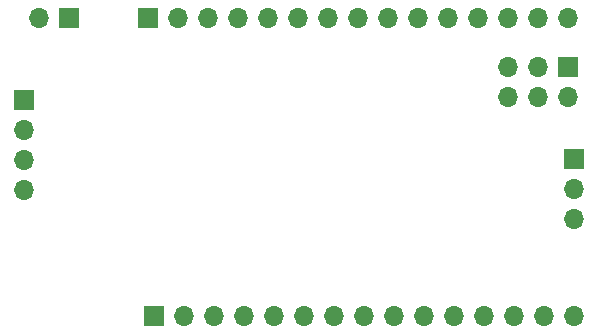
<source format=gbr>
G04 #@! TF.FileFunction,Soldermask,Bot*
%FSLAX46Y46*%
G04 Gerber Fmt 4.6, Leading zero omitted, Abs format (unit mm)*
G04 Created by KiCad (PCBNEW 4.0.7) date 01/27/18 13:27:31*
%MOMM*%
%LPD*%
G01*
G04 APERTURE LIST*
%ADD10C,0.100000*%
%ADD11R,1.700000X1.700000*%
%ADD12O,1.700000X1.700000*%
G04 APERTURE END LIST*
D10*
D11*
X135500000Y-99500000D03*
D12*
X135500000Y-102040000D03*
X135500000Y-104580000D03*
D11*
X135040000Y-91710000D03*
D12*
X135040000Y-94250000D03*
X132500000Y-91710000D03*
X132500000Y-94250000D03*
X129960000Y-91710000D03*
X129960000Y-94250000D03*
D11*
X100000000Y-112750000D03*
D12*
X102540000Y-112750000D03*
X105080000Y-112750000D03*
X107620000Y-112750000D03*
X110160000Y-112750000D03*
X112700000Y-112750000D03*
X115240000Y-112750000D03*
X117780000Y-112750000D03*
X120320000Y-112750000D03*
X122860000Y-112750000D03*
X125400000Y-112750000D03*
X127940000Y-112750000D03*
X130480000Y-112750000D03*
X133020000Y-112750000D03*
X135560000Y-112750000D03*
D11*
X99500000Y-87500000D03*
D12*
X102040000Y-87500000D03*
X104580000Y-87500000D03*
X107120000Y-87500000D03*
X109660000Y-87500000D03*
X112200000Y-87500000D03*
X114740000Y-87500000D03*
X117280000Y-87500000D03*
X119820000Y-87500000D03*
X122360000Y-87500000D03*
X124900000Y-87500000D03*
X127440000Y-87500000D03*
X129980000Y-87500000D03*
X132520000Y-87500000D03*
X135060000Y-87500000D03*
D11*
X92750000Y-87500000D03*
D12*
X90210000Y-87500000D03*
D11*
X89000000Y-94460000D03*
D12*
X89000000Y-97000000D03*
X89000000Y-99540000D03*
X89000000Y-102080000D03*
M02*

</source>
